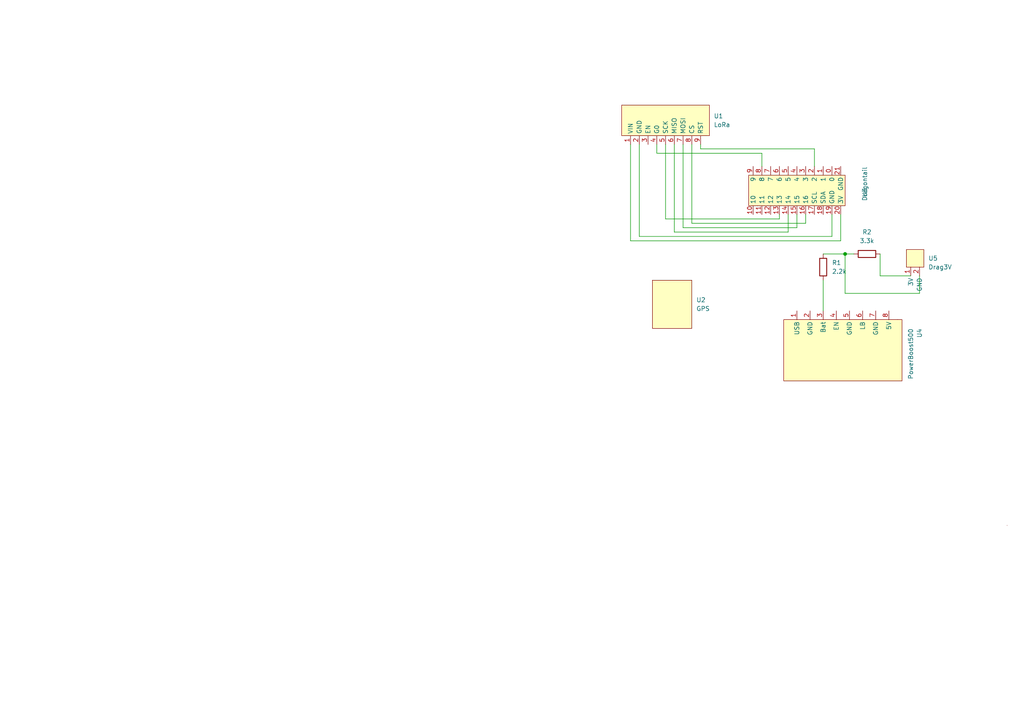
<source format=kicad_sch>
(kicad_sch (version 20211123) (generator eeschema)

  (uuid 2ee69719-5623-459a-a610-a01a749ecd47)

  (paper "A4")

  (lib_symbols
    (symbol "Device:R" (pin_numbers hide) (pin_names (offset 0)) (in_bom yes) (on_board yes)
      (property "Reference" "R" (id 0) (at 2.032 0 90)
        (effects (font (size 1.27 1.27)))
      )
      (property "Value" "R" (id 1) (at 0 0 90)
        (effects (font (size 1.27 1.27)))
      )
      (property "Footprint" "" (id 2) (at -1.778 0 90)
        (effects (font (size 1.27 1.27)) hide)
      )
      (property "Datasheet" "~" (id 3) (at 0 0 0)
        (effects (font (size 1.27 1.27)) hide)
      )
      (property "ki_keywords" "R res resistor" (id 4) (at 0 0 0)
        (effects (font (size 1.27 1.27)) hide)
      )
      (property "ki_description" "Resistor" (id 5) (at 0 0 0)
        (effects (font (size 1.27 1.27)) hide)
      )
      (property "ki_fp_filters" "R_*" (id 6) (at 0 0 0)
        (effects (font (size 1.27 1.27)) hide)
      )
      (symbol "R_0_1"
        (rectangle (start -1.016 -2.54) (end 1.016 2.54)
          (stroke (width 0.254) (type default) (color 0 0 0 0))
          (fill (type none))
        )
      )
      (symbol "R_1_1"
        (pin passive line (at 0 3.81 270) (length 1.27)
          (name "~" (effects (font (size 1.27 1.27))))
          (number "1" (effects (font (size 1.27 1.27))))
        )
        (pin passive line (at 0 -3.81 90) (length 1.27)
          (name "~" (effects (font (size 1.27 1.27))))
          (number "2" (effects (font (size 1.27 1.27))))
        )
      )
    )
    (symbol "HABET_Lib:Drag3V" (in_bom yes) (on_board yes)
      (property "Reference" "U" (id 0) (at 0 5.08 0)
        (effects (font (size 1.27 1.27)))
      )
      (property "Value" "Drag3V" (id 1) (at 0 0 0)
        (effects (font (size 1.27 1.27)))
      )
      (property "Footprint" "HABET_Lib:Dragon3V" (id 2) (at 0 2.54 0)
        (effects (font (size 1.27 1.27)) hide)
      )
      (property "Datasheet" "" (id 3) (at 0 5.08 0)
        (effects (font (size 1.27 1.27)) hide)
      )
      (symbol "Drag3V_0_1"
        (rectangle (start -2.54 -1.27) (end 2.54 -6.35)
          (stroke (width 0) (type default) (color 0 0 0 0))
          (fill (type background))
        )
      )
      (symbol "Drag3V_1_1"
        (pin input line (at -1.27 -6.35 270) (length 2.54)
          (name "3V" (effects (font (size 1.27 1.27))))
          (number "1" (effects (font (size 1.27 1.27))))
        )
        (pin input line (at 1.27 -6.35 270) (length 2.54)
          (name "GND" (effects (font (size 1.27 1.27))))
          (number "2" (effects (font (size 1.27 1.27))))
        )
      )
    )
    (symbol "HABET_Lib:Dragontail" (in_bom yes) (on_board yes)
      (property "Reference" "U3" (id 0) (at 0 0.635 0)
        (effects (font (size 1.27 1.27)))
      )
      (property "Value" "Dragontail" (id 1) (at -2.54 0.635 0)
        (effects (font (size 1.27 1.27)))
      )
      (property "Footprint" "HABET_Lib:Dragontail" (id 2) (at 1.27 0 0)
        (effects (font (size 1.27 1.27)) hide)
      )
      (property "Datasheet" "" (id 3) (at -1.27 1.27 0)
        (effects (font (size 1.27 1.27)) hide)
      )
      (symbol "Dragontail_0_1"
        (rectangle (start -5.08 -5.08) (end 3.81 -33.02)
          (stroke (width 0) (type default) (color 0 0 0 0))
          (fill (type background))
        )
        (rectangle (start 3.81 -30.48) (end 3.81 -30.48)
          (stroke (width 0) (type default) (color 0 0 0 0))
          (fill (type none))
        )
        (rectangle (start 3.81 -30.48) (end 3.81 -30.48)
          (stroke (width 0) (type default) (color 0 0 0 0))
          (fill (type none))
        )
        (rectangle (start 3.81 -30.48) (end 3.81 -30.48)
          (stroke (width 0) (type default) (color 0 0 0 0))
          (fill (type none))
        )
        (rectangle (start 3.81 -30.48) (end 3.81 -30.48)
          (stroke (width 0) (type default) (color 0 0 0 0))
          (fill (type none))
        )
        (rectangle (start 3.81 -30.48) (end 3.81 -30.48)
          (stroke (width 0) (type default) (color 0 0 0 0))
          (fill (type none))
        )
      )
      (symbol "Dragontail_1_1"
        (pin output line (at -7.62 -8.89 0) (length 2.54)
          (name "0" (effects (font (size 1.27 1.27))))
          (number "0" (effects (font (size 1.27 1.27))))
        )
        (pin output line (at -7.62 -11.43 0) (length 2.54)
          (name "1" (effects (font (size 1.27 1.27))))
          (number "1" (effects (font (size 1.27 1.27))))
        )
        (pin output line (at 6.35 -31.75 180) (length 2.54)
          (name "10" (effects (font (size 1.27 1.27))))
          (number "10" (effects (font (size 1.27 1.27))))
        )
        (pin output line (at 6.35 -29.21 180) (length 2.54)
          (name "11" (effects (font (size 1.27 1.27))))
          (number "11" (effects (font (size 1.27 1.27))))
        )
        (pin output line (at 6.35 -26.67 180) (length 2.54)
          (name "12" (effects (font (size 1.27 1.27))))
          (number "12" (effects (font (size 1.27 1.27))))
        )
        (pin output line (at 6.35 -24.13 180) (length 2.54)
          (name "13" (effects (font (size 1.27 1.27))))
          (number "13" (effects (font (size 1.27 1.27))))
        )
        (pin output line (at 6.35 -21.59 180) (length 2.54)
          (name "14" (effects (font (size 1.27 1.27))))
          (number "14" (effects (font (size 1.27 1.27))))
        )
        (pin output line (at 6.35 -19.05 180) (length 2.54)
          (name "15" (effects (font (size 1.27 1.27))))
          (number "15" (effects (font (size 1.27 1.27))))
        )
        (pin output line (at 6.35 -16.51 180) (length 2.54)
          (name "16" (effects (font (size 1.27 1.27))))
          (number "16" (effects (font (size 1.27 1.27))))
        )
        (pin output line (at 6.35 -13.97 180) (length 2.54)
          (name "SCL" (effects (font (size 1.27 1.27))))
          (number "17" (effects (font (size 1.27 1.27))))
        )
        (pin output line (at 6.35 -11.43 180) (length 2.54)
          (name "SDA" (effects (font (size 1.27 1.27))))
          (number "18" (effects (font (size 1.27 1.27))))
        )
        (pin power_in line (at 6.35 -8.89 180) (length 2.54)
          (name "GND" (effects (font (size 1.27 1.27))))
          (number "19" (effects (font (size 1.27 1.27))))
        )
        (pin output line (at -7.62 -13.97 0) (length 2.54)
          (name "2" (effects (font (size 1.27 1.27))))
          (number "2" (effects (font (size 1.27 1.27))))
        )
        (pin power_in line (at 6.35 -6.35 180) (length 2.54)
          (name "3V" (effects (font (size 1.27 1.27))))
          (number "20" (effects (font (size 1.27 1.27))))
        )
        (pin power_in line (at -7.62 -6.35 0) (length 2.54)
          (name "GND" (effects (font (size 1.27 1.27))))
          (number "21" (effects (font (size 1.27 1.27))))
        )
        (pin output line (at -7.62 -16.51 0) (length 2.54)
          (name "3" (effects (font (size 1.27 1.27))))
          (number "3" (effects (font (size 1.27 1.27))))
        )
        (pin output line (at -7.62 -19.05 0) (length 2.54)
          (name "4" (effects (font (size 1.27 1.27))))
          (number "4" (effects (font (size 1.27 1.27))))
        )
        (pin output line (at -7.62 -21.59 0) (length 2.54)
          (name "5" (effects (font (size 1.27 1.27))))
          (number "5" (effects (font (size 1.27 1.27))))
        )
        (pin output line (at -7.62 -24.13 0) (length 2.54)
          (name "6" (effects (font (size 1.27 1.27))))
          (number "6" (effects (font (size 1.27 1.27))))
        )
        (pin output line (at -7.62 -26.67 0) (length 2.54)
          (name "7" (effects (font (size 1.27 1.27))))
          (number "7" (effects (font (size 1.27 1.27))))
        )
        (pin output line (at -7.62 -29.21 0) (length 2.54)
          (name "8" (effects (font (size 1.27 1.27))))
          (number "8" (effects (font (size 1.27 1.27))))
        )
        (pin output line (at -7.62 -31.75 0) (length 2.54)
          (name "9" (effects (font (size 1.27 1.27))))
          (number "9" (effects (font (size 1.27 1.27))))
        )
      )
    )
    (symbol "HABET_Lib:GPS" (in_bom yes) (on_board yes)
      (property "Reference" "U" (id 0) (at 0 5.08 0)
        (effects (font (size 1.27 1.27)))
      )
      (property "Value" "GPS" (id 1) (at 0 0 0)
        (effects (font (size 1.27 1.27)))
      )
      (property "Footprint" "HABET_Lib:GPS" (id 2) (at 0 2.54 0)
        (effects (font (size 1.27 1.27)) hide)
      )
      (property "Datasheet" "" (id 3) (at 0 5.08 0)
        (effects (font (size 1.27 1.27)) hide)
      )
      (symbol "GPS_0_1"
        (rectangle (start -2.54 -1.27) (end 8.89 -15.24)
          (stroke (width 0) (type default) (color 0 0 0 0))
          (fill (type background))
        )
      )
    )
    (symbol "HABET_Lib:LoRa" (in_bom yes) (on_board yes)
      (property "Reference" "U" (id 0) (at 0 -2.54 0)
        (effects (font (size 1.27 1.27)))
      )
      (property "Value" "LoRa" (id 1) (at 0 0 0)
        (effects (font (size 1.27 1.27)))
      )
      (property "Footprint" "HABET_Lib:LoRa" (id 2) (at 0 2.54 0)
        (effects (font (size 1.27 1.27)) hide)
      )
      (property "Datasheet" "" (id 3) (at 0 -2.54 0)
        (effects (font (size 1.27 1.27)) hide)
      )
      (symbol "LoRa_0_1"
        (rectangle (start -7.62 -6.35) (end 17.78 -15.24)
          (stroke (width 0) (type default) (color 0 0 0 0))
          (fill (type background))
        )
      )
      (symbol "LoRa_1_1"
        (pin power_in line (at -5.08 -17.78 90) (length 2.54)
          (name "VIN" (effects (font (size 1.27 1.27))))
          (number "1" (effects (font (size 1.27 1.27))))
        )
        (pin power_in line (at -2.54 -17.78 90) (length 2.54)
          (name "GND" (effects (font (size 1.27 1.27))))
          (number "2" (effects (font (size 1.27 1.27))))
        )
        (pin output line (at 0 -17.78 90) (length 2.54)
          (name "EN" (effects (font (size 1.27 1.27))))
          (number "3" (effects (font (size 1.27 1.27))))
        )
        (pin input line (at 2.54 -17.78 90) (length 2.54)
          (name "G0" (effects (font (size 1.27 1.27))))
          (number "4" (effects (font (size 1.27 1.27))))
        )
        (pin input line (at 5.08 -17.78 90) (length 2.54)
          (name "SCK" (effects (font (size 1.27 1.27))))
          (number "5" (effects (font (size 1.27 1.27))))
        )
        (pin input line (at 7.62 -17.78 90) (length 2.54)
          (name "MISO" (effects (font (size 1.27 1.27))))
          (number "6" (effects (font (size 1.27 1.27))))
        )
        (pin input line (at 10.16 -17.78 90) (length 2.54)
          (name "MOSI" (effects (font (size 1.27 1.27))))
          (number "7" (effects (font (size 1.27 1.27))))
        )
        (pin input line (at 12.7 -17.78 90) (length 2.54)
          (name "CS" (effects (font (size 1.27 1.27))))
          (number "8" (effects (font (size 1.27 1.27))))
        )
        (pin input line (at 15.24 -17.78 90) (length 2.54)
          (name "RST" (effects (font (size 1.27 1.27))))
          (number "9" (effects (font (size 1.27 1.27))))
        )
      )
    )
    (symbol "HABET_Lib:PowerBoost500" (in_bom yes) (on_board yes)
      (property "Reference" "U?" (id 0) (at -8.89 0 0)
        (effects (font (size 1.27 1.27)) (justify left))
      )
      (property "Value" "PowerBoost500" (id 1) (at -8.89 -2.54 0)
        (effects (font (size 1.27 1.27)) (justify left))
      )
      (property "Footprint" "HABET_Lib:Powerboost500" (id 2) (at -3.81 3.81 0)
        (effects (font (size 1.27 1.27)) hide)
      )
      (property "Datasheet" "" (id 3) (at -12.7 0 0)
        (effects (font (size 1.27 1.27)) hide)
      )
      (symbol "PowerBoost500_0_1"
        (rectangle (start -11.43 -6.35) (end -11.43 -6.35)
          (stroke (width 0) (type default) (color 0 0 0 0))
          (fill (type none))
        )
        (rectangle (start 6.35 -39.37) (end -11.43 -5.08)
          (stroke (width 0) (type default) (color 0 0 0 0))
          (fill (type background))
        )
        (rectangle (start 48.26 25.4) (end 48.26 25.4)
          (stroke (width 0) (type default) (color 0 0 0 0))
          (fill (type none))
        )
      )
      (symbol "PowerBoost500_1_1"
        (pin bidirectional line (at -13.97 -35.56 0) (length 2.54)
          (name "USB" (effects (font (size 1.27 1.27))))
          (number "1" (effects (font (size 1.27 1.27))))
        )
        (pin power_in line (at -13.97 -31.75 0) (length 2.54)
          (name "GND" (effects (font (size 1.27 1.27))))
          (number "2" (effects (font (size 1.27 1.27))))
        )
        (pin power_in line (at -13.97 -27.94 0) (length 2.54)
          (name "Bat" (effects (font (size 1.27 1.27))))
          (number "3" (effects (font (size 1.27 1.27))))
        )
        (pin output line (at -13.97 -24.13 0) (length 2.54)
          (name "EN" (effects (font (size 1.27 1.27))))
          (number "4" (effects (font (size 1.27 1.27))))
        )
        (pin power_in line (at -13.97 -20.32 0) (length 2.54)
          (name "GND" (effects (font (size 1.27 1.27))))
          (number "5" (effects (font (size 1.27 1.27))))
        )
        (pin output line (at -13.97 -16.51 0) (length 2.54)
          (name "LB" (effects (font (size 1.27 1.27))))
          (number "6" (effects (font (size 1.27 1.27))))
        )
        (pin power_in line (at -13.97 -12.7 0) (length 2.54)
          (name "GND" (effects (font (size 1.27 1.27))))
          (number "7" (effects (font (size 1.27 1.27))))
        )
        (pin power_out line (at -13.97 -8.89 0) (length 2.54)
          (name "5V" (effects (font (size 1.27 1.27))))
          (number "8" (effects (font (size 1.27 1.27))))
        )
      )
    )
  )

  (junction (at 245.11 73.66) (diameter 0) (color 0 0 0 0)
    (uuid 3bfadaeb-b871-4014-9d67-7baa181d8d2b)
  )

  (wire (pts (xy 182.88 69.85) (xy 182.88 41.91))
    (stroke (width 0) (type default) (color 0 0 0 0))
    (uuid 06840080-6d3d-4c93-9506-968a0e24e810)
  )
  (wire (pts (xy 200.66 64.77) (xy 233.68 64.77))
    (stroke (width 0) (type default) (color 0 0 0 0))
    (uuid 09b12066-6edd-42bf-ba52-ab6116c2d007)
  )
  (wire (pts (xy 245.11 85.09) (xy 266.7 85.09))
    (stroke (width 0) (type default) (color 0 0 0 0))
    (uuid 117bf6ca-db7e-4cf3-9513-dfbcf3f847b9)
  )
  (wire (pts (xy 266.7 80.01) (xy 266.7 85.09))
    (stroke (width 0) (type default) (color 0 0 0 0))
    (uuid 132e348d-9095-44a3-8eb4-9623aeae3f04)
  )
  (wire (pts (xy 231.14 62.23) (xy 231.14 66.04))
    (stroke (width 0) (type default) (color 0 0 0 0))
    (uuid 1af702aa-bb82-459e-a2de-20e7862b33c2)
  )
  (wire (pts (xy 185.42 41.91) (xy 185.42 68.58))
    (stroke (width 0) (type default) (color 0 0 0 0))
    (uuid 1c8c5e8e-788c-41f6-b252-154f47cd56b6)
  )
  (wire (pts (xy 228.6 62.23) (xy 228.6 67.31))
    (stroke (width 0) (type default) (color 0 0 0 0))
    (uuid 1ea273ca-303d-4f23-85c6-67c8becf048c)
  )
  (wire (pts (xy 193.04 63.5) (xy 226.06 63.5))
    (stroke (width 0) (type default) (color 0 0 0 0))
    (uuid 3bd0ea75-4bb6-468c-8281-fde38be6623f)
  )
  (wire (pts (xy 238.76 81.28) (xy 238.76 90.17))
    (stroke (width 0) (type default) (color 0 0 0 0))
    (uuid 3bf34748-9ca2-4099-8cc4-a9557f03e057)
  )
  (wire (pts (xy 190.5 41.91) (xy 190.5 44.45))
    (stroke (width 0) (type default) (color 0 0 0 0))
    (uuid 44290e8a-9918-4f58-8930-4991bfdfa812)
  )
  (wire (pts (xy 203.2 43.18) (xy 203.2 41.91))
    (stroke (width 0) (type default) (color 0 0 0 0))
    (uuid 475b1512-c0db-4744-a552-068d43d32419)
  )
  (wire (pts (xy 233.68 62.23) (xy 233.68 64.77))
    (stroke (width 0) (type default) (color 0 0 0 0))
    (uuid 56dbea1d-d28e-4f18-aefe-cf061fd714f0)
  )
  (wire (pts (xy 228.6 67.31) (xy 195.58 67.31))
    (stroke (width 0) (type default) (color 0 0 0 0))
    (uuid 59572c5e-b2e8-431e-9b4f-1d0224965c77)
  )
  (wire (pts (xy 220.98 44.45) (xy 190.5 44.45))
    (stroke (width 0) (type default) (color 0 0 0 0))
    (uuid 66fcb723-f8f6-4c0b-9fa1-cb8c69828086)
  )
  (wire (pts (xy 236.22 48.26) (xy 236.22 43.18))
    (stroke (width 0) (type default) (color 0 0 0 0))
    (uuid 6cbb4de9-a6bc-4862-be22-cdb5eb3fcb6a)
  )
  (wire (pts (xy 195.58 41.91) (xy 195.58 67.31))
    (stroke (width 0) (type default) (color 0 0 0 0))
    (uuid 75d252e3-1a92-4c39-8ffe-50374645f201)
  )
  (wire (pts (xy 243.84 69.85) (xy 182.88 69.85))
    (stroke (width 0) (type default) (color 0 0 0 0))
    (uuid 7dbf5841-6e04-4620-81ec-9a426173553f)
  )
  (wire (pts (xy 241.3 68.58) (xy 185.42 68.58))
    (stroke (width 0) (type default) (color 0 0 0 0))
    (uuid 8b41e808-d67d-4479-af99-9265f12bb3b8)
  )
  (wire (pts (xy 226.06 62.23) (xy 226.06 63.5))
    (stroke (width 0) (type default) (color 0 0 0 0))
    (uuid 93dfb5c0-eced-4236-b92c-20782b52af89)
  )
  (wire (pts (xy 245.11 73.66) (xy 245.11 85.09))
    (stroke (width 0) (type default) (color 0 0 0 0))
    (uuid 9731c84d-58d2-4ab0-870c-bc967d4562b2)
  )
  (wire (pts (xy 198.12 41.91) (xy 198.12 66.04))
    (stroke (width 0) (type default) (color 0 0 0 0))
    (uuid ae499046-f59e-442d-9755-07dba0e9b801)
  )
  (wire (pts (xy 255.27 80.01) (xy 255.27 73.66))
    (stroke (width 0) (type default) (color 0 0 0 0))
    (uuid ae94c5e0-4ef5-4301-b8a4-1f4db323f655)
  )
  (wire (pts (xy 241.3 62.23) (xy 241.3 68.58))
    (stroke (width 0) (type default) (color 0 0 0 0))
    (uuid cb230347-da3e-4369-965b-0b0be6e5c2bd)
  )
  (wire (pts (xy 238.76 73.66) (xy 245.11 73.66))
    (stroke (width 0) (type default) (color 0 0 0 0))
    (uuid d46b81ac-dfa7-41f2-a328-18b36297ec73)
  )
  (wire (pts (xy 264.16 80.01) (xy 255.27 80.01))
    (stroke (width 0) (type default) (color 0 0 0 0))
    (uuid d586e321-cec5-4d39-87c5-b62c79e6e978)
  )
  (wire (pts (xy 243.84 62.23) (xy 243.84 69.85))
    (stroke (width 0) (type default) (color 0 0 0 0))
    (uuid dc384200-81ec-40a6-a479-2700d05aa4d2)
  )
  (wire (pts (xy 200.66 41.91) (xy 200.66 64.77))
    (stroke (width 0) (type default) (color 0 0 0 0))
    (uuid dc80e22f-6b7d-40e2-9600-95330a57fa65)
  )
  (wire (pts (xy 193.04 41.91) (xy 193.04 63.5))
    (stroke (width 0) (type default) (color 0 0 0 0))
    (uuid e2e4d320-38c5-4ec5-af54-d1461fd686e8)
  )
  (wire (pts (xy 245.11 73.66) (xy 247.65 73.66))
    (stroke (width 0) (type default) (color 0 0 0 0))
    (uuid e44f673c-cd75-4003-93ea-5bc91ddd3de7)
  )
  (wire (pts (xy 231.14 66.04) (xy 198.12 66.04))
    (stroke (width 0) (type default) (color 0 0 0 0))
    (uuid e46be060-a0a1-4d97-9516-d25e189d4049)
  )
  (wire (pts (xy 220.98 48.26) (xy 220.98 44.45))
    (stroke (width 0) (type default) (color 0 0 0 0))
    (uuid e52f7390-5eae-4a01-96e5-3c3cb6f08a28)
  )
  (wire (pts (xy 236.22 43.18) (xy 203.2 43.18))
    (stroke (width 0) (type default) (color 0 0 0 0))
    (uuid ec8a5748-378d-41a0-b235-3d7ee9cda61b)
  )

  (symbol (lib_id "Device:R") (at 251.46 73.66 90) (unit 1)
    (in_bom yes) (on_board yes) (fields_autoplaced)
    (uuid 0228f8a9-46dc-46b3-a0c2-4b38290ad621)
    (property "Reference" "R2" (id 0) (at 251.46 67.31 90))
    (property "Value" "3.3k" (id 1) (at 251.46 69.85 90))
    (property "Footprint" "Resistor_THT:R_Axial_DIN0204_L3.6mm_D1.6mm_P5.08mm_Horizontal" (id 2) (at 251.46 75.438 90)
      (effects (font (size 1.27 1.27)) hide)
    )
    (property "Datasheet" "~" (id 3) (at 251.46 73.66 0)
      (effects (font (size 1.27 1.27)) hide)
    )
    (pin "1" (uuid 0c376af1-8562-4607-bee2-6db26614ec3c))
    (pin "2" (uuid cff8510b-b900-4af3-9a50-d6ea17ee9017))
  )

  (symbol (lib_id "HABET_Lib:Drag3V") (at 265.43 71.12 0) (unit 1)
    (in_bom yes) (on_board yes) (fields_autoplaced)
    (uuid 1d973257-91f4-48d4-9e9e-51d77eb1499a)
    (property "Reference" "U5" (id 0) (at 269.24 74.9299 0)
      (effects (font (size 1.27 1.27)) (justify left))
    )
    (property "Value" "Drag3V" (id 1) (at 269.24 77.4699 0)
      (effects (font (size 1.27 1.27)) (justify left))
    )
    (property "Footprint" "HABET_Lib:Dragon3V" (id 2) (at 265.43 68.58 0)
      (effects (font (size 1.27 1.27)) hide)
    )
    (property "Datasheet" "" (id 3) (at 265.43 66.04 0)
      (effects (font (size 1.27 1.27)) hide)
    )
    (pin "1" (uuid e910a2da-70b6-4a36-87e3-73c6a0bf9a0e))
    (pin "2" (uuid fcadb8da-e7c0-47d3-bf52-ee961d076e55))
  )

  (symbol (lib_id "HABET_Lib:GPS") (at 191.77 80.01 0) (unit 1)
    (in_bom yes) (on_board yes) (fields_autoplaced)
    (uuid c7dabde8-8bab-432f-a281-bb0485a78429)
    (property "Reference" "U2" (id 0) (at 201.93 86.9949 0)
      (effects (font (size 1.27 1.27)) (justify left))
    )
    (property "Value" "GPS" (id 1) (at 201.93 89.5349 0)
      (effects (font (size 1.27 1.27)) (justify left))
    )
    (property "Footprint" "HABET_Lib:GPS" (id 2) (at 191.77 77.47 0)
      (effects (font (size 1.27 1.27)) hide)
    )
    (property "Datasheet" "" (id 3) (at 191.77 74.93 0)
      (effects (font (size 1.27 1.27)) hide)
    )
  )

  (symbol (lib_id "HABET_Lib:Dragontail") (at 250.19 55.88 270) (unit 1)
    (in_bom yes) (on_board yes) (fields_autoplaced)
    (uuid d7a5a19b-fe6e-43f6-818d-21d8dd99a019)
    (property "Reference" "U3" (id 0) (at 250.825 55.88 0))
    (property "Value" "Dragontail" (id 1) (at 250.825 53.34 0))
    (property "Footprint" "HABET_Lib:Dragontail" (id 2) (at 250.19 57.15 0)
      (effects (font (size 1.27 1.27)) hide)
    )
    (property "Datasheet" "" (id 3) (at 251.46 54.61 0)
      (effects (font (size 1.27 1.27)) hide)
    )
    (pin "0" (uuid 63b74212-5fd9-4b59-9f45-6a80b89668fc))
    (pin "1" (uuid c13baef0-eff1-4b2c-9125-88c8ce9d478a))
    (pin "10" (uuid 6a244e1d-4510-4e34-b4ef-7522ad946d01))
    (pin "11" (uuid 6a0e6101-45c5-4f2a-9b95-3ac507694122))
    (pin "12" (uuid 6c770db9-e132-4af2-9b51-2e4059cbda76))
    (pin "13" (uuid 732ea37a-d99e-48f8-9ea5-7ad31ef2cc1c))
    (pin "14" (uuid 15109b09-4f36-4645-810c-b73682cf42b7))
    (pin "15" (uuid f293ca54-d276-4db1-a85b-5be11cdf760a))
    (pin "16" (uuid 5e4d888a-df99-4326-8910-263464aef8e7))
    (pin "17" (uuid 7a9cbfcf-b079-491f-bb0a-0b15bf81b4d5))
    (pin "18" (uuid fb3df2e1-8129-473e-b9de-648d7868c68f))
    (pin "19" (uuid d4691b2c-8c2e-4046-a420-5beef48118b9))
    (pin "2" (uuid a8b88c5f-3b69-4da2-8458-e932abd308a4))
    (pin "20" (uuid 3893be25-a530-4a99-8d80-1d1c1ba13502))
    (pin "21" (uuid 7eeaad67-6f85-4cd4-809f-f32cf5b900bd))
    (pin "3" (uuid 110d2296-d793-4736-b615-d6e6c8c643fe))
    (pin "4" (uuid 0ec1bf81-a0b7-4320-b314-b1da85f0444b))
    (pin "5" (uuid 84ad50e4-e21a-43fd-a276-813998fbf3a5))
    (pin "6" (uuid 5e732fd7-a915-4198-ba51-9a629d2d4d9e))
    (pin "7" (uuid 4feb502c-937b-4c91-878d-d5d2c0267ab1))
    (pin "8" (uuid 79be1edd-926a-41b4-b875-ce35b762f523))
    (pin "9" (uuid ac440d49-af41-4946-b10a-1b9697143865))
  )

  (symbol (lib_id "HABET_Lib:LoRa") (at 187.96 24.13 0) (unit 1)
    (in_bom yes) (on_board yes) (fields_autoplaced)
    (uuid e89ba419-1f6c-4927-ae55-2707f89537ba)
    (property "Reference" "U1" (id 0) (at 207.01 33.6549 0)
      (effects (font (size 1.27 1.27)) (justify left))
    )
    (property "Value" "LoRa" (id 1) (at 207.01 36.1949 0)
      (effects (font (size 1.27 1.27)) (justify left))
    )
    (property "Footprint" "HABET_Lib:LoRa" (id 2) (at 187.96 21.59 0)
      (effects (font (size 1.27 1.27)) hide)
    )
    (property "Datasheet" "" (id 3) (at 187.96 26.67 0)
      (effects (font (size 1.27 1.27)) hide)
    )
    (pin "1" (uuid b5c804a8-e9c5-412c-baff-e46ad18405cb))
    (pin "2" (uuid a7c26ada-cdc4-44cb-bc49-920b7930bb1b))
    (pin "3" (uuid d53c794a-d7c1-40fe-a300-87810a5dd563))
    (pin "4" (uuid cd8c492a-2d67-4557-9a97-42d82025ce07))
    (pin "5" (uuid dbb6be18-567c-4489-9300-2703b009f7b8))
    (pin "6" (uuid 65d766f0-8b17-4367-8659-fb4a2ec31ba1))
    (pin "7" (uuid e0f64477-d75a-4308-a918-7ab467c57b85))
    (pin "8" (uuid e110d6c4-ddc9-4cbc-a763-ffd06b1201ee))
    (pin "9" (uuid 82b12ac9-7413-460f-9d2d-c609a43efd1a))
  )

  (symbol (lib_id "HABET_Lib:PowerBoost500") (at 266.7 104.14 270) (unit 1)
    (in_bom yes) (on_board yes)
    (uuid ec4681fd-ad45-4d21-9f18-09355a2e5b88)
    (property "Reference" "U4" (id 0) (at 266.7 95.25 0)
      (effects (font (size 1.27 1.27)) (justify left))
    )
    (property "Value" "PowerBoost500" (id 1) (at 264.16 95.25 0)
      (effects (font (size 1.27 1.27)) (justify left))
    )
    (property "Footprint" "HABET_Lib:Powerboost500" (id 2) (at 270.51 100.33 0)
      (effects (font (size 1.27 1.27)) hide)
    )
    (property "Datasheet" "" (id 3) (at 266.7 91.44 0)
      (effects (font (size 1.27 1.27)) hide)
    )
    (pin "1" (uuid 4a5f0e10-d312-4b05-862a-1de972ae7416))
    (pin "2" (uuid 23eb4d55-2168-4f7f-bd28-25228d9adf67))
    (pin "3" (uuid ac13a111-5e24-487f-b998-d7ad065d3f37))
    (pin "4" (uuid 28210df1-672e-4eef-8660-420795a0bb06))
    (pin "5" (uuid d0216782-245b-43cd-9461-486fbc1c1e12))
    (pin "6" (uuid ddf741be-8238-4f8b-b34d-d5f519ccf872))
    (pin "7" (uuid af53a25d-5eec-4c9d-ab53-f846823a4735))
    (pin "8" (uuid 58b30198-aadd-40c7-8fb8-2db1bfa7d23a))
  )

  (symbol (lib_id "Device:R") (at 238.76 77.47 0) (unit 1)
    (in_bom yes) (on_board yes) (fields_autoplaced)
    (uuid f2e02e40-b0f6-4d99-a71d-3ac4f1b845ca)
    (property "Reference" "R1" (id 0) (at 241.3 76.1999 0)
      (effects (font (size 1.27 1.27)) (justify left))
    )
    (property "Value" "2.2k" (id 1) (at 241.3 78.7399 0)
      (effects (font (size 1.27 1.27)) (justify left))
    )
    (property "Footprint" "Resistor_THT:R_Axial_DIN0204_L3.6mm_D1.6mm_P5.08mm_Horizontal" (id 2) (at 236.982 77.47 90)
      (effects (font (size 1.27 1.27)) hide)
    )
    (property "Datasheet" "~" (id 3) (at 238.76 77.47 0)
      (effects (font (size 1.27 1.27)) hide)
    )
    (pin "1" (uuid 9f87d830-bdba-42fb-94e5-203e2724290e))
    (pin "2" (uuid ad5ac591-0563-48ca-b082-cb2fb7e6b9f2))
  )

  (sheet_instances
    (path "/" (page "1"))
  )

  (symbol_instances
    (path "/f2e02e40-b0f6-4d99-a71d-3ac4f1b845ca"
      (reference "R1") (unit 1) (value "2.2k") (footprint "Resistor_THT:R_Axial_DIN0204_L3.6mm_D1.6mm_P5.08mm_Horizontal")
    )
    (path "/0228f8a9-46dc-46b3-a0c2-4b38290ad621"
      (reference "R2") (unit 1) (value "3.3k") (footprint "Resistor_THT:R_Axial_DIN0204_L3.6mm_D1.6mm_P5.08mm_Horizontal")
    )
    (path "/e89ba419-1f6c-4927-ae55-2707f89537ba"
      (reference "U1") (unit 1) (value "LoRa") (footprint "HABET_Lib:LoRa")
    )
    (path "/c7dabde8-8bab-432f-a281-bb0485a78429"
      (reference "U2") (unit 1) (value "GPS") (footprint "HABET_Lib:GPS")
    )
    (path "/d7a5a19b-fe6e-43f6-818d-21d8dd99a019"
      (reference "U3") (unit 1) (value "Dragontail") (footprint "HABET_Lib:Dragontail")
    )
    (path "/ec4681fd-ad45-4d21-9f18-09355a2e5b88"
      (reference "U4") (unit 1) (value "PowerBoost500") (footprint "HABET_Lib:Powerboost500")
    )
    (path "/1d973257-91f4-48d4-9e9e-51d77eb1499a"
      (reference "U5") (unit 1) (value "Drag3V") (footprint "HABET_Lib:Dragon3V")
    )
  )
)

</source>
